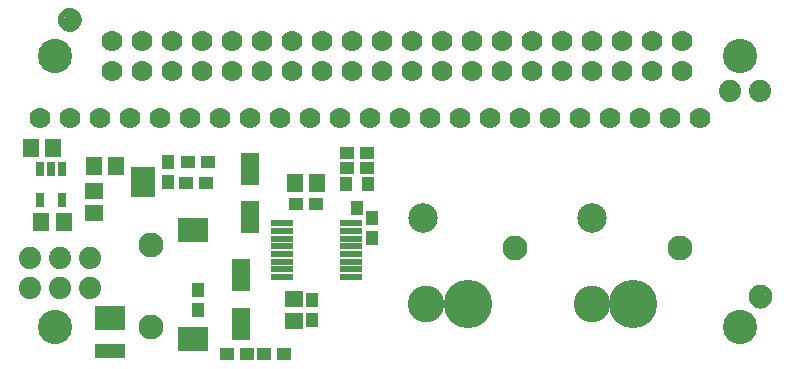
<source format=gbr>
G04 EAGLE Gerber RS-274X export*
G75*
%MOMM*%
%FSLAX34Y34*%
%LPD*%
%INSoldermask Top*%
%IPPOS*%
%AMOC8*
5,1,8,0,0,1.08239X$1,22.5*%
G01*
%ADD10C,2.901600*%
%ADD11C,1.778000*%
%ADD12C,1.101600*%
%ADD13C,0.500000*%
%ADD14R,1.851600X0.501600*%
%ADD15R,1.101600X1.176600*%
%ADD16R,1.176600X1.101600*%
%ADD17R,0.651600X1.301600*%
%ADD18R,1.341600X1.601600*%
%ADD19R,2.601600X2.101600*%
%ADD20R,2.101600X2.601600*%
%ADD21R,2.601600X1.301600*%
%ADD22C,2.101600*%
%ADD23R,1.501600X2.701600*%
%ADD24R,1.601600X1.341600*%
%ADD25R,1.601600X1.401600*%
%ADD26R,1.401600X1.601600*%
%ADD27C,3.101600*%
%ADD28C,2.501600*%
%ADD29C,4.101600*%
%ADD30C,1.879600*%
%ADD31R,1.101600X1.301600*%


D10*
X35000Y265000D03*
X615000Y265000D03*
X615000Y35000D03*
X35000Y35000D03*
D11*
X83700Y252300D03*
X83700Y277700D03*
X109100Y252300D03*
X109100Y277700D03*
X134500Y252300D03*
X134500Y277700D03*
X159900Y252300D03*
X159900Y277700D03*
X185300Y252300D03*
X185300Y277700D03*
X210700Y252300D03*
X210700Y277700D03*
X236100Y252300D03*
X236100Y277700D03*
X261500Y252300D03*
X261500Y277700D03*
X286900Y252300D03*
X286900Y277700D03*
X312300Y252300D03*
X312300Y277700D03*
X337700Y252300D03*
X337700Y277700D03*
X363100Y252300D03*
X363100Y277700D03*
X388500Y252300D03*
X388500Y277700D03*
X413900Y252300D03*
X413900Y277700D03*
X439300Y252300D03*
X439300Y277700D03*
X464700Y252300D03*
X464700Y277700D03*
X490100Y252300D03*
X490100Y277700D03*
X515500Y252300D03*
X515500Y277700D03*
X540900Y252300D03*
X540900Y277700D03*
X566300Y252300D03*
X566300Y277700D03*
D12*
X47625Y295275D03*
D13*
X47625Y302775D02*
X47444Y302773D01*
X47263Y302766D01*
X47082Y302755D01*
X46901Y302740D01*
X46721Y302720D01*
X46541Y302696D01*
X46362Y302668D01*
X46184Y302635D01*
X46007Y302598D01*
X45830Y302557D01*
X45655Y302512D01*
X45480Y302462D01*
X45307Y302408D01*
X45136Y302350D01*
X44965Y302288D01*
X44797Y302221D01*
X44630Y302151D01*
X44464Y302077D01*
X44301Y301998D01*
X44140Y301916D01*
X43980Y301830D01*
X43823Y301740D01*
X43668Y301646D01*
X43515Y301549D01*
X43365Y301447D01*
X43217Y301343D01*
X43071Y301234D01*
X42929Y301123D01*
X42789Y301007D01*
X42652Y300889D01*
X42517Y300767D01*
X42386Y300642D01*
X42258Y300514D01*
X42133Y300383D01*
X42011Y300248D01*
X41893Y300111D01*
X41777Y299971D01*
X41666Y299829D01*
X41557Y299683D01*
X41453Y299535D01*
X41351Y299385D01*
X41254Y299232D01*
X41160Y299077D01*
X41070Y298920D01*
X40984Y298760D01*
X40902Y298599D01*
X40823Y298436D01*
X40749Y298270D01*
X40679Y298103D01*
X40612Y297935D01*
X40550Y297764D01*
X40492Y297593D01*
X40438Y297420D01*
X40388Y297245D01*
X40343Y297070D01*
X40302Y296893D01*
X40265Y296716D01*
X40232Y296538D01*
X40204Y296359D01*
X40180Y296179D01*
X40160Y295999D01*
X40145Y295818D01*
X40134Y295637D01*
X40127Y295456D01*
X40125Y295275D01*
X47625Y302775D02*
X47806Y302773D01*
X47987Y302766D01*
X48168Y302755D01*
X48349Y302740D01*
X48529Y302720D01*
X48709Y302696D01*
X48888Y302668D01*
X49066Y302635D01*
X49243Y302598D01*
X49420Y302557D01*
X49595Y302512D01*
X49770Y302462D01*
X49943Y302408D01*
X50114Y302350D01*
X50285Y302288D01*
X50453Y302221D01*
X50620Y302151D01*
X50786Y302077D01*
X50949Y301998D01*
X51110Y301916D01*
X51270Y301830D01*
X51427Y301740D01*
X51582Y301646D01*
X51735Y301549D01*
X51885Y301447D01*
X52033Y301343D01*
X52179Y301234D01*
X52321Y301123D01*
X52461Y301007D01*
X52598Y300889D01*
X52733Y300767D01*
X52864Y300642D01*
X52992Y300514D01*
X53117Y300383D01*
X53239Y300248D01*
X53357Y300111D01*
X53473Y299971D01*
X53584Y299829D01*
X53693Y299683D01*
X53797Y299535D01*
X53899Y299385D01*
X53996Y299232D01*
X54090Y299077D01*
X54180Y298920D01*
X54266Y298760D01*
X54348Y298599D01*
X54427Y298436D01*
X54501Y298270D01*
X54571Y298103D01*
X54638Y297935D01*
X54700Y297764D01*
X54758Y297593D01*
X54812Y297420D01*
X54862Y297245D01*
X54907Y297070D01*
X54948Y296893D01*
X54985Y296716D01*
X55018Y296538D01*
X55046Y296359D01*
X55070Y296179D01*
X55090Y295999D01*
X55105Y295818D01*
X55116Y295637D01*
X55123Y295456D01*
X55125Y295275D01*
X55123Y295094D01*
X55116Y294913D01*
X55105Y294732D01*
X55090Y294551D01*
X55070Y294371D01*
X55046Y294191D01*
X55018Y294012D01*
X54985Y293834D01*
X54948Y293657D01*
X54907Y293480D01*
X54862Y293305D01*
X54812Y293130D01*
X54758Y292957D01*
X54700Y292786D01*
X54638Y292615D01*
X54571Y292447D01*
X54501Y292280D01*
X54427Y292114D01*
X54348Y291951D01*
X54266Y291790D01*
X54180Y291630D01*
X54090Y291473D01*
X53996Y291318D01*
X53899Y291165D01*
X53797Y291015D01*
X53693Y290867D01*
X53584Y290721D01*
X53473Y290579D01*
X53357Y290439D01*
X53239Y290302D01*
X53117Y290167D01*
X52992Y290036D01*
X52864Y289908D01*
X52733Y289783D01*
X52598Y289661D01*
X52461Y289543D01*
X52321Y289427D01*
X52179Y289316D01*
X52033Y289207D01*
X51885Y289103D01*
X51735Y289001D01*
X51582Y288904D01*
X51427Y288810D01*
X51270Y288720D01*
X51110Y288634D01*
X50949Y288552D01*
X50786Y288473D01*
X50620Y288399D01*
X50453Y288329D01*
X50285Y288262D01*
X50114Y288200D01*
X49943Y288142D01*
X49770Y288088D01*
X49595Y288038D01*
X49420Y287993D01*
X49243Y287952D01*
X49066Y287915D01*
X48888Y287882D01*
X48709Y287854D01*
X48529Y287830D01*
X48349Y287810D01*
X48168Y287795D01*
X47987Y287784D01*
X47806Y287777D01*
X47625Y287775D01*
X47444Y287777D01*
X47263Y287784D01*
X47082Y287795D01*
X46901Y287810D01*
X46721Y287830D01*
X46541Y287854D01*
X46362Y287882D01*
X46184Y287915D01*
X46007Y287952D01*
X45830Y287993D01*
X45655Y288038D01*
X45480Y288088D01*
X45307Y288142D01*
X45136Y288200D01*
X44965Y288262D01*
X44797Y288329D01*
X44630Y288399D01*
X44464Y288473D01*
X44301Y288552D01*
X44140Y288634D01*
X43980Y288720D01*
X43823Y288810D01*
X43668Y288904D01*
X43515Y289001D01*
X43365Y289103D01*
X43217Y289207D01*
X43071Y289316D01*
X42929Y289427D01*
X42789Y289543D01*
X42652Y289661D01*
X42517Y289783D01*
X42386Y289908D01*
X42258Y290036D01*
X42133Y290167D01*
X42011Y290302D01*
X41893Y290439D01*
X41777Y290579D01*
X41666Y290721D01*
X41557Y290867D01*
X41453Y291015D01*
X41351Y291165D01*
X41254Y291318D01*
X41160Y291473D01*
X41070Y291630D01*
X40984Y291790D01*
X40902Y291951D01*
X40823Y292114D01*
X40749Y292280D01*
X40679Y292447D01*
X40612Y292615D01*
X40550Y292786D01*
X40492Y292957D01*
X40438Y293130D01*
X40388Y293305D01*
X40343Y293480D01*
X40302Y293657D01*
X40265Y293834D01*
X40232Y294012D01*
X40204Y294191D01*
X40180Y294371D01*
X40160Y294551D01*
X40145Y294732D01*
X40134Y294913D01*
X40127Y295094D01*
X40125Y295275D01*
D12*
X632460Y60960D03*
D13*
X632460Y68460D02*
X632279Y68458D01*
X632098Y68451D01*
X631917Y68440D01*
X631736Y68425D01*
X631556Y68405D01*
X631376Y68381D01*
X631197Y68353D01*
X631019Y68320D01*
X630842Y68283D01*
X630665Y68242D01*
X630490Y68197D01*
X630315Y68147D01*
X630142Y68093D01*
X629971Y68035D01*
X629800Y67973D01*
X629632Y67906D01*
X629465Y67836D01*
X629299Y67762D01*
X629136Y67683D01*
X628975Y67601D01*
X628815Y67515D01*
X628658Y67425D01*
X628503Y67331D01*
X628350Y67234D01*
X628200Y67132D01*
X628052Y67028D01*
X627906Y66919D01*
X627764Y66808D01*
X627624Y66692D01*
X627487Y66574D01*
X627352Y66452D01*
X627221Y66327D01*
X627093Y66199D01*
X626968Y66068D01*
X626846Y65933D01*
X626728Y65796D01*
X626612Y65656D01*
X626501Y65514D01*
X626392Y65368D01*
X626288Y65220D01*
X626186Y65070D01*
X626089Y64917D01*
X625995Y64762D01*
X625905Y64605D01*
X625819Y64445D01*
X625737Y64284D01*
X625658Y64121D01*
X625584Y63955D01*
X625514Y63788D01*
X625447Y63620D01*
X625385Y63449D01*
X625327Y63278D01*
X625273Y63105D01*
X625223Y62930D01*
X625178Y62755D01*
X625137Y62578D01*
X625100Y62401D01*
X625067Y62223D01*
X625039Y62044D01*
X625015Y61864D01*
X624995Y61684D01*
X624980Y61503D01*
X624969Y61322D01*
X624962Y61141D01*
X624960Y60960D01*
X632460Y68460D02*
X632641Y68458D01*
X632822Y68451D01*
X633003Y68440D01*
X633184Y68425D01*
X633364Y68405D01*
X633544Y68381D01*
X633723Y68353D01*
X633901Y68320D01*
X634078Y68283D01*
X634255Y68242D01*
X634430Y68197D01*
X634605Y68147D01*
X634778Y68093D01*
X634949Y68035D01*
X635120Y67973D01*
X635288Y67906D01*
X635455Y67836D01*
X635621Y67762D01*
X635784Y67683D01*
X635945Y67601D01*
X636105Y67515D01*
X636262Y67425D01*
X636417Y67331D01*
X636570Y67234D01*
X636720Y67132D01*
X636868Y67028D01*
X637014Y66919D01*
X637156Y66808D01*
X637296Y66692D01*
X637433Y66574D01*
X637568Y66452D01*
X637699Y66327D01*
X637827Y66199D01*
X637952Y66068D01*
X638074Y65933D01*
X638192Y65796D01*
X638308Y65656D01*
X638419Y65514D01*
X638528Y65368D01*
X638632Y65220D01*
X638734Y65070D01*
X638831Y64917D01*
X638925Y64762D01*
X639015Y64605D01*
X639101Y64445D01*
X639183Y64284D01*
X639262Y64121D01*
X639336Y63955D01*
X639406Y63788D01*
X639473Y63620D01*
X639535Y63449D01*
X639593Y63278D01*
X639647Y63105D01*
X639697Y62930D01*
X639742Y62755D01*
X639783Y62578D01*
X639820Y62401D01*
X639853Y62223D01*
X639881Y62044D01*
X639905Y61864D01*
X639925Y61684D01*
X639940Y61503D01*
X639951Y61322D01*
X639958Y61141D01*
X639960Y60960D01*
X639958Y60779D01*
X639951Y60598D01*
X639940Y60417D01*
X639925Y60236D01*
X639905Y60056D01*
X639881Y59876D01*
X639853Y59697D01*
X639820Y59519D01*
X639783Y59342D01*
X639742Y59165D01*
X639697Y58990D01*
X639647Y58815D01*
X639593Y58642D01*
X639535Y58471D01*
X639473Y58300D01*
X639406Y58132D01*
X639336Y57965D01*
X639262Y57799D01*
X639183Y57636D01*
X639101Y57475D01*
X639015Y57315D01*
X638925Y57158D01*
X638831Y57003D01*
X638734Y56850D01*
X638632Y56700D01*
X638528Y56552D01*
X638419Y56406D01*
X638308Y56264D01*
X638192Y56124D01*
X638074Y55987D01*
X637952Y55852D01*
X637827Y55721D01*
X637699Y55593D01*
X637568Y55468D01*
X637433Y55346D01*
X637296Y55228D01*
X637156Y55112D01*
X637014Y55001D01*
X636868Y54892D01*
X636720Y54788D01*
X636570Y54686D01*
X636417Y54589D01*
X636262Y54495D01*
X636105Y54405D01*
X635945Y54319D01*
X635784Y54237D01*
X635621Y54158D01*
X635455Y54084D01*
X635288Y54014D01*
X635120Y53947D01*
X634949Y53885D01*
X634778Y53827D01*
X634605Y53773D01*
X634430Y53723D01*
X634255Y53678D01*
X634078Y53637D01*
X633901Y53600D01*
X633723Y53567D01*
X633544Y53539D01*
X633364Y53515D01*
X633184Y53495D01*
X633003Y53480D01*
X632822Y53469D01*
X632641Y53462D01*
X632460Y53460D01*
X632279Y53462D01*
X632098Y53469D01*
X631917Y53480D01*
X631736Y53495D01*
X631556Y53515D01*
X631376Y53539D01*
X631197Y53567D01*
X631019Y53600D01*
X630842Y53637D01*
X630665Y53678D01*
X630490Y53723D01*
X630315Y53773D01*
X630142Y53827D01*
X629971Y53885D01*
X629800Y53947D01*
X629632Y54014D01*
X629465Y54084D01*
X629299Y54158D01*
X629136Y54237D01*
X628975Y54319D01*
X628815Y54405D01*
X628658Y54495D01*
X628503Y54589D01*
X628350Y54686D01*
X628200Y54788D01*
X628052Y54892D01*
X627906Y55001D01*
X627764Y55112D01*
X627624Y55228D01*
X627487Y55346D01*
X627352Y55468D01*
X627221Y55593D01*
X627093Y55721D01*
X626968Y55852D01*
X626846Y55987D01*
X626728Y56124D01*
X626612Y56264D01*
X626501Y56406D01*
X626392Y56552D01*
X626288Y56700D01*
X626186Y56850D01*
X626089Y57003D01*
X625995Y57158D01*
X625905Y57315D01*
X625819Y57475D01*
X625737Y57636D01*
X625658Y57799D01*
X625584Y57965D01*
X625514Y58132D01*
X625447Y58300D01*
X625385Y58471D01*
X625327Y58642D01*
X625273Y58815D01*
X625223Y58990D01*
X625178Y59165D01*
X625137Y59342D01*
X625100Y59519D01*
X625067Y59697D01*
X625039Y59876D01*
X625015Y60056D01*
X624995Y60236D01*
X624980Y60417D01*
X624969Y60598D01*
X624962Y60779D01*
X624960Y60960D01*
D14*
X285740Y77580D03*
X285740Y84080D03*
X285740Y90580D03*
X285740Y97080D03*
X285740Y103580D03*
X285740Y110080D03*
X285740Y116580D03*
X285740Y123080D03*
X227340Y123080D03*
X227340Y116580D03*
X227340Y110080D03*
X227340Y103580D03*
X227340Y97080D03*
X227340Y90580D03*
X227340Y84080D03*
X227340Y77580D03*
D15*
X252730Y58030D03*
X252730Y41030D03*
D16*
X282330Y182880D03*
X299330Y182880D03*
D15*
X130810Y157870D03*
X130810Y174870D03*
X156210Y49920D03*
X156210Y66920D03*
D16*
X147710Y175260D03*
X164710Y175260D03*
X163440Y157480D03*
X146440Y157480D03*
X229480Y12700D03*
X212480Y12700D03*
X197730Y12700D03*
X180730Y12700D03*
X239150Y139700D03*
X256150Y139700D03*
D17*
X41250Y169211D03*
X31750Y169211D03*
X22250Y169211D03*
X22250Y143209D03*
X41250Y143209D03*
D18*
X14630Y186690D03*
X33630Y186690D03*
D19*
X151840Y25000D03*
X151840Y117000D03*
D20*
X109340Y158000D03*
D19*
X81840Y43000D03*
D21*
X81840Y15000D03*
D22*
X116840Y35000D03*
X116840Y105000D03*
D23*
X200660Y169090D03*
X200660Y128090D03*
X193040Y37920D03*
X193040Y78920D03*
D24*
X237490Y59030D03*
X237490Y40030D03*
D18*
X42520Y124460D03*
X23520Y124460D03*
X238150Y157480D03*
X257150Y157480D03*
D25*
X68580Y131470D03*
X68580Y150470D03*
D26*
X86970Y171450D03*
X67970Y171450D03*
D27*
X349160Y55000D03*
X490160Y55000D03*
D28*
X347160Y127500D03*
X490160Y127500D03*
D29*
X384660Y55000D03*
X524660Y55000D03*
D22*
X424660Y102500D03*
X564660Y102500D03*
D30*
X13970Y68580D03*
X13970Y93980D03*
X64770Y68580D03*
X64770Y93980D03*
X39370Y68580D03*
X39370Y93980D03*
D15*
X303530Y110880D03*
X303530Y127880D03*
D31*
X290830Y136050D03*
X281330Y156050D03*
X300330Y156050D03*
D16*
X299330Y170180D03*
X282330Y170180D03*
D11*
X22860Y212090D03*
X48260Y212090D03*
X73660Y212090D03*
X99060Y212090D03*
X124460Y212090D03*
X149860Y212090D03*
X175260Y212090D03*
X200660Y212090D03*
X226060Y212090D03*
X251460Y212090D03*
X276860Y212090D03*
X302260Y212090D03*
X327660Y212090D03*
X353060Y212090D03*
X378460Y212090D03*
X403860Y212090D03*
X429260Y212090D03*
X454660Y212090D03*
X480060Y212090D03*
X505460Y212090D03*
X530860Y212090D03*
X556260Y212090D03*
X581660Y212090D03*
D30*
X607060Y234950D03*
X632460Y234950D03*
M02*

</source>
